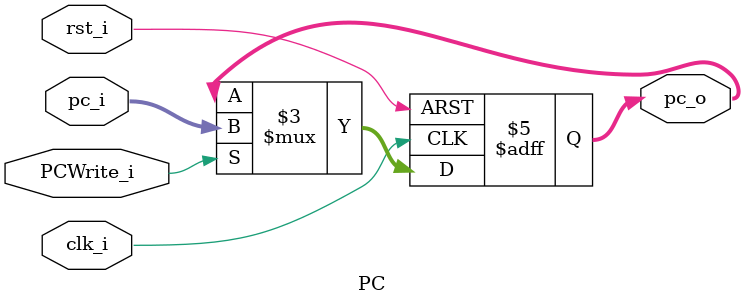
<source format=v>
module PC
(
    clk_i,
    rst_i,
    PCWrite_i,
    pc_i,
    pc_o
);

// Ports
input               clk_i;
input               rst_i;
input               PCWrite_i;
input   [31:0]      pc_i;
output  [31:0]      pc_o;

// Wires & Registers
reg     [31:0]      pc_o = 0;


always@(posedge clk_i or posedge rst_i) begin
    if(rst_i) begin
        pc_o <= 32'b0;
    end  
    else begin
        if (PCWrite_i) begin
            pc_o <= pc_i;
        end
    end
end

endmodule

</source>
